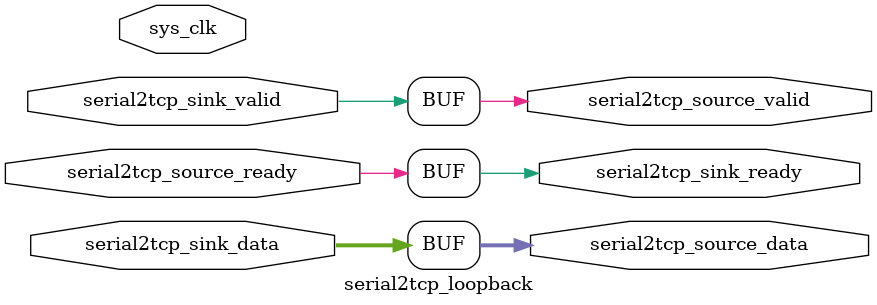
<source format=v>

module serial2tcp_loopback (
    input  wire sys_clk,
    output wire serial2tcp_source_valid,
    input  wire serial2tcp_source_ready,
    output wire [7:0] serial2tcp_source_data,
    input  wire serial2tcp_sink_valid,
    output wire serial2tcp_sink_ready,
    input  wire [7:0] serial2tcp_sink_data
);

assign serial2tcp_source_data = serial2tcp_sink_data;
assign serial2tcp_source_valid = serial2tcp_sink_valid;
assign serial2tcp_sink_ready = serial2tcp_source_ready;

endmodule

</source>
